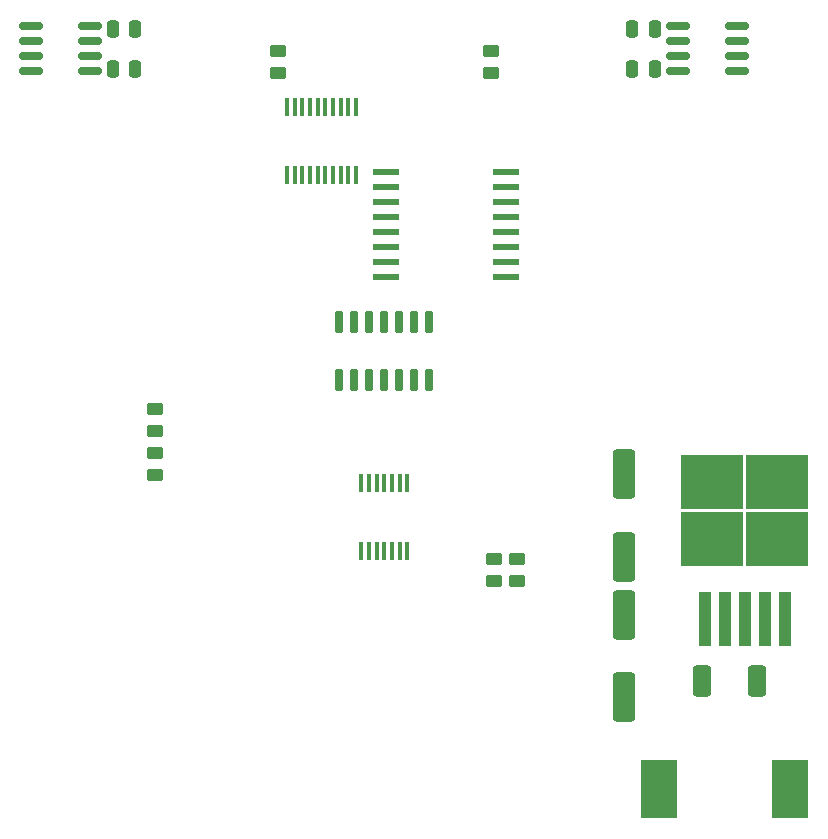
<source format=gtp>
G04 #@! TF.GenerationSoftware,KiCad,Pcbnew,(6.0.1)*
G04 #@! TF.CreationDate,2025-03-11T18:22:55+01:00*
G04 #@! TF.ProjectId,TwoWheelRobotPCB,54776f57-6865-4656-9c52-6f626f745043,rev?*
G04 #@! TF.SameCoordinates,Original*
G04 #@! TF.FileFunction,Paste,Top*
G04 #@! TF.FilePolarity,Positive*
%FSLAX46Y46*%
G04 Gerber Fmt 4.6, Leading zero omitted, Abs format (unit mm)*
G04 Created by KiCad (PCBNEW (6.0.1)) date 2025-03-11 18:22:55*
%MOMM*%
%LPD*%
G01*
G04 APERTURE LIST*
G04 Aperture macros list*
%AMRoundRect*
0 Rectangle with rounded corners*
0 $1 Rounding radius*
0 $2 $3 $4 $5 $6 $7 $8 $9 X,Y pos of 4 corners*
0 Add a 4 corners polygon primitive as box body*
4,1,4,$2,$3,$4,$5,$6,$7,$8,$9,$2,$3,0*
0 Add four circle primitives for the rounded corners*
1,1,$1+$1,$2,$3*
1,1,$1+$1,$4,$5*
1,1,$1+$1,$6,$7*
1,1,$1+$1,$8,$9*
0 Add four rect primitives between the rounded corners*
20,1,$1+$1,$2,$3,$4,$5,0*
20,1,$1+$1,$4,$5,$6,$7,0*
20,1,$1+$1,$6,$7,$8,$9,0*
20,1,$1+$1,$8,$9,$2,$3,0*%
G04 Aperture macros list end*
%ADD10RoundRect,0.250000X0.450000X-0.262500X0.450000X0.262500X-0.450000X0.262500X-0.450000X-0.262500X0*%
%ADD11RoundRect,0.051250X0.153750X-0.733750X0.153750X0.733750X-0.153750X0.733750X-0.153750X-0.733750X0*%
%ADD12R,3.100000X5.000000*%
%ADD13RoundRect,0.249999X-0.512501X-1.075001X0.512501X-1.075001X0.512501X1.075001X-0.512501X1.075001X0*%
%ADD14R,5.250000X4.550000*%
%ADD15R,1.100000X4.600000*%
%ADD16RoundRect,0.250000X-0.250000X-0.475000X0.250000X-0.475000X0.250000X0.475000X-0.250000X0.475000X0*%
%ADD17RoundRect,0.250000X-0.450000X0.262500X-0.450000X-0.262500X0.450000X-0.262500X0.450000X0.262500X0*%
%ADD18RoundRect,0.250000X0.250000X0.475000X-0.250000X0.475000X-0.250000X-0.475000X0.250000X-0.475000X0*%
%ADD19RoundRect,0.075000X-0.225000X0.875000X-0.225000X-0.875000X0.225000X-0.875000X0.225000X0.875000X0*%
%ADD20R,2.209800X0.609600*%
%ADD21RoundRect,0.250000X-0.700000X1.825000X-0.700000X-1.825000X0.700000X-1.825000X0.700000X1.825000X0*%
%ADD22RoundRect,0.150000X-0.825000X-0.150000X0.825000X-0.150000X0.825000X0.150000X-0.825000X0.150000X0*%
%ADD23RoundRect,0.250000X0.700000X-1.825000X0.700000X1.825000X-0.700000X1.825000X-0.700000X-1.825000X0*%
%ADD24RoundRect,0.150000X0.825000X0.150000X-0.825000X0.150000X-0.825000X-0.150000X0.825000X-0.150000X0*%
G04 APERTURE END LIST*
D10*
X139300000Y-126412500D03*
X139300000Y-124587500D03*
D11*
X128050000Y-123870000D03*
X128700000Y-123870000D03*
X129350000Y-123870000D03*
X130000000Y-123870000D03*
X130650000Y-123870000D03*
X131300000Y-123870000D03*
X131950000Y-123870000D03*
X131950000Y-118130000D03*
X131300000Y-118130000D03*
X130650000Y-118130000D03*
X130000000Y-118130000D03*
X129350000Y-118130000D03*
X128700000Y-118130000D03*
X128050000Y-118130000D03*
D10*
X110610000Y-113722500D03*
X110610000Y-111897500D03*
D12*
X164350000Y-144100000D03*
X153250000Y-144100000D03*
D13*
X156862500Y-134900000D03*
X161537500Y-134900000D03*
D14*
X157725000Y-118075000D03*
X157725000Y-122925000D03*
X163275000Y-118075000D03*
X163275000Y-122925000D03*
D15*
X157100000Y-129650000D03*
X158800000Y-129650000D03*
X160500000Y-129650000D03*
X162200000Y-129650000D03*
X163900000Y-129650000D03*
D16*
X107020000Y-79680000D03*
X108920000Y-79680000D03*
D17*
X139000000Y-81587500D03*
X139000000Y-83412500D03*
D18*
X152898005Y-79680880D03*
X150998005Y-79680880D03*
X152897398Y-83120938D03*
X150997398Y-83120938D03*
D16*
X107020000Y-83120000D03*
X108920000Y-83120000D03*
D19*
X133810000Y-104545000D03*
X132540000Y-104545000D03*
X131270000Y-104545000D03*
X130000000Y-104545000D03*
X128730000Y-104545000D03*
X127460000Y-104545000D03*
X126190000Y-104545000D03*
X126190000Y-109455000D03*
X127460000Y-109455000D03*
X128730000Y-109455000D03*
X130000000Y-109455000D03*
X131270000Y-109455000D03*
X132540000Y-109455000D03*
X133810000Y-109455000D03*
D20*
X130170000Y-91805000D03*
X130170000Y-93075000D03*
X130170000Y-94345000D03*
X130170000Y-95615000D03*
X130170000Y-96885000D03*
X130170000Y-98155000D03*
X130170000Y-99425000D03*
X130170000Y-100695000D03*
X140330000Y-100695000D03*
X140330000Y-99425000D03*
X140330000Y-98155000D03*
X140330000Y-96885000D03*
X140330000Y-95615000D03*
X140330000Y-94345000D03*
X140330000Y-93075000D03*
X140330000Y-91805000D03*
D17*
X110610000Y-115647500D03*
X110610000Y-117472500D03*
D21*
X150300000Y-117425000D03*
X150300000Y-124375000D03*
D10*
X141200000Y-126412500D03*
X141200000Y-124587500D03*
D22*
X100095000Y-79495000D03*
X100095000Y-80765000D03*
X100095000Y-82035000D03*
X100095000Y-83305000D03*
X105045000Y-83305000D03*
X105045000Y-82035000D03*
X105045000Y-80765000D03*
X105045000Y-79495000D03*
D23*
X150300000Y-136275000D03*
X150300000Y-129325000D03*
D17*
X121000000Y-81587500D03*
X121000000Y-83412500D03*
D11*
X121749273Y-92089079D03*
X122399273Y-92089079D03*
X123049273Y-92089079D03*
X123699273Y-92089079D03*
X124349273Y-92089079D03*
X124999273Y-92089079D03*
X125649273Y-92089079D03*
X126299273Y-92089079D03*
X126949273Y-92089079D03*
X127599273Y-92089079D03*
X127599273Y-86349079D03*
X126949273Y-86349079D03*
X126299273Y-86349079D03*
X125649273Y-86349079D03*
X124999273Y-86349079D03*
X124349273Y-86349079D03*
X123699273Y-86349079D03*
X123049273Y-86349079D03*
X122399273Y-86349079D03*
X121749273Y-86349079D03*
D24*
X159825000Y-83305000D03*
X159825000Y-82035000D03*
X159825000Y-80765000D03*
X159825000Y-79495000D03*
X154875000Y-79495000D03*
X154875000Y-80765000D03*
X154875000Y-82035000D03*
X154875000Y-83305000D03*
M02*

</source>
